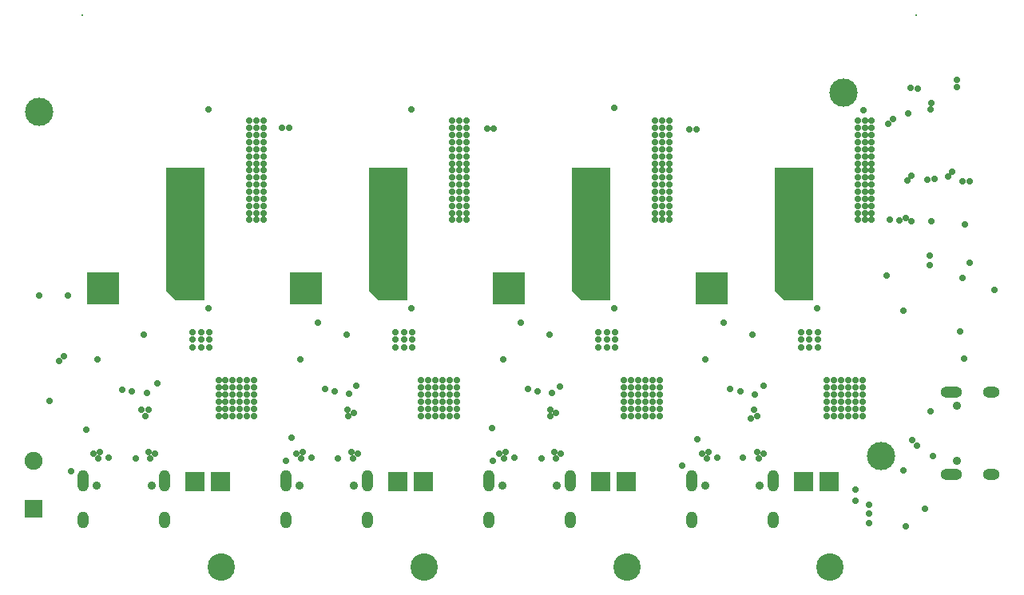
<source format=gbs>
G04*
G04 #@! TF.GenerationSoftware,Altium Limited,Altium Designer,23.4.1 (23)*
G04*
G04 Layer_Color=16711935*
%FSLAX44Y44*%
%MOMM*%
G71*
G04*
G04 #@! TF.SameCoordinates,3060DD58-918D-4E1B-9459-4C9D01607EA3*
G04*
G04*
G04 #@! TF.FilePolarity,Negative*
G04*
G01*
G75*
%ADD66R,3.5000X3.5000*%
%ADD97C,3.0000*%
%ADD99R,2.1590X2.1590*%
%ADD100O,1.2032X1.8032*%
%ADD101C,0.8782*%
%ADD102O,1.2032X2.3032*%
%ADD103C,1.9032*%
%ADD104R,1.9032X1.9032*%
%ADD105O,1.8032X1.2032*%
%ADD106O,2.3032X1.2032*%
%ADD107C,0.2032*%
%ADD108C,2.9032*%
%ADD109C,0.7032*%
G36*
X220000Y358488D02*
X190000D01*
X180000Y368488D01*
Y498488D01*
X220000D01*
Y358488D01*
D02*
G37*
G36*
X435000D02*
X405000D01*
X395000Y368488D01*
Y498488D01*
X435000D01*
Y358488D01*
D02*
G37*
G36*
X650000D02*
X620000D01*
X610000Y368488D01*
Y498488D01*
X650000D01*
Y358488D01*
D02*
G37*
G36*
X865000D02*
X835000D01*
X825000Y368488D01*
Y498488D01*
X865000D01*
Y358488D01*
D02*
G37*
D66*
X112500Y370988D02*
D03*
X327500D02*
D03*
X542500D02*
D03*
X757500D02*
D03*
D97*
X897580Y578488D02*
D03*
X937580Y193568D02*
D03*
X45000Y558488D02*
D03*
D99*
X667580Y165988D02*
D03*
X640080Y165988D02*
D03*
X452580Y165988D02*
D03*
X425080Y165988D02*
D03*
X237580Y165988D02*
D03*
X210080Y165988D02*
D03*
X855080D02*
D03*
X882580D02*
D03*
D100*
X521880Y125488D02*
D03*
X608280D02*
D03*
X306880D02*
D03*
X393280D02*
D03*
X91880D02*
D03*
X178280D02*
D03*
X823280Y125488D02*
D03*
X736880D02*
D03*
D101*
X536181Y161988D02*
D03*
X593979D02*
D03*
X321181D02*
D03*
X378979D02*
D03*
X106181D02*
D03*
X163979D02*
D03*
X1017580Y246286D02*
D03*
Y188488D02*
D03*
X808979Y161988D02*
D03*
X751181Y161988D02*
D03*
D102*
X521880Y167288D02*
D03*
X608280D02*
D03*
X306880D02*
D03*
X393280D02*
D03*
X91880D02*
D03*
X178280D02*
D03*
X823280D02*
D03*
X736880Y167288D02*
D03*
D103*
X38862Y187990D02*
D03*
D104*
Y137190D02*
D03*
D105*
X1054080Y260587D02*
D03*
Y174187D02*
D03*
D106*
X1012280Y260587D02*
D03*
Y174187D02*
D03*
D107*
X974486Y660908D02*
D03*
X90674Y660908D02*
D03*
D108*
X883280Y75488D02*
D03*
X668280Y75488D02*
D03*
X453280D02*
D03*
X238280D02*
D03*
D109*
X147065Y190711D02*
D03*
X1024009Y484404D02*
D03*
X158006Y235709D02*
D03*
X66524Y294138D02*
D03*
X1031009Y484404D02*
D03*
X153226Y242772D02*
D03*
X71473Y299087D02*
D03*
X170434Y270540D02*
D03*
X161017Y242072D02*
D03*
X224536Y560862D02*
D03*
X361696Y191038D02*
D03*
X1013024Y494961D02*
D03*
X975994Y582995D02*
D03*
X309860Y541106D02*
D03*
X1008112Y489974D02*
D03*
X969010Y583468D02*
D03*
X302687Y541380D02*
D03*
X347847Y264190D02*
D03*
X372235Y235384D02*
D03*
X378202Y239044D02*
D03*
X372028Y242567D02*
D03*
X373888Y259618D02*
D03*
X381508Y268000D02*
D03*
X577581Y190711D02*
D03*
X562983Y264055D02*
D03*
X990280Y560646D02*
D03*
X993773Y486923D02*
D03*
X586775Y242546D02*
D03*
X527042Y540288D02*
D03*
X990764Y567630D02*
D03*
X986790Y486440D02*
D03*
X586983Y235204D02*
D03*
X520042Y540288D02*
D03*
X592836Y239044D02*
D03*
X588620Y260091D02*
D03*
X596987Y267325D02*
D03*
X734392Y539898D02*
D03*
X741391Y539776D02*
D03*
X439674Y561116D02*
D03*
X726440Y183164D02*
D03*
X742252Y210738D02*
D03*
X777502Y264535D02*
D03*
X803656Y258856D02*
D03*
X812546Y267746D02*
D03*
X802551Y242119D02*
D03*
X805942Y235996D02*
D03*
X799426Y233384D02*
D03*
X791210Y191800D02*
D03*
X975143Y204565D02*
D03*
X970154Y210100D02*
D03*
X1057656Y369346D02*
D03*
X1031390Y397794D02*
D03*
X963620Y445532D02*
D03*
X957217Y442702D02*
D03*
X969921Y442348D02*
D03*
X946404Y443514D02*
D03*
X969454Y490779D02*
D03*
X964946Y485424D02*
D03*
X1018032Y591842D02*
D03*
Y584842D02*
D03*
X919077Y559988D02*
D03*
X966470Y556798D02*
D03*
X950084Y550318D02*
D03*
X945134Y545368D02*
D03*
X159092Y259972D02*
D03*
X132955Y263729D02*
D03*
X143416Y262158D02*
D03*
X358416D02*
D03*
X340462Y334374D02*
D03*
X573416Y262158D02*
D03*
X555462Y334374D02*
D03*
X56388Y251744D02*
D03*
X44772Y363758D02*
D03*
X75213Y363729D02*
D03*
X106514Y296040D02*
D03*
X321514D02*
D03*
X536514D02*
D03*
X655580Y308488D02*
D03*
X646580D02*
D03*
X633518Y366200D02*
D03*
X619518D02*
D03*
X626518D02*
D03*
X640518D02*
D03*
Y373200D02*
D03*
X633518D02*
D03*
X626518D02*
D03*
X619518D02*
D03*
X626518Y380200D02*
D03*
X619518D02*
D03*
X640518D02*
D03*
X633518D02*
D03*
Y387200D02*
D03*
X619518D02*
D03*
X626518D02*
D03*
X640518D02*
D03*
X654580Y349488D02*
D03*
X665080Y265988D02*
D03*
X586298Y322202D02*
D03*
X548452Y191392D02*
D03*
X697580Y473488D02*
D03*
Y465988D02*
D03*
Y443488D02*
D03*
Y458488D02*
D03*
Y450988D02*
D03*
X705080D02*
D03*
X705080Y458488D02*
D03*
X705080Y473488D02*
D03*
Y465988D02*
D03*
X712580D02*
D03*
Y458488D02*
D03*
Y480988D02*
D03*
Y473488D02*
D03*
X697580Y495988D02*
D03*
X697580Y518488D02*
D03*
Y510988D02*
D03*
Y488488D02*
D03*
Y480988D02*
D03*
Y503488D02*
D03*
X705080Y495988D02*
D03*
X697580Y525988D02*
D03*
X697580Y548488D02*
D03*
Y540988D02*
D03*
Y533488D02*
D03*
X705080Y525988D02*
D03*
X705080Y540988D02*
D03*
Y480988D02*
D03*
Y503488D02*
D03*
Y488488D02*
D03*
X712580Y495988D02*
D03*
Y488488D02*
D03*
Y510988D02*
D03*
Y503488D02*
D03*
X705080Y518488D02*
D03*
Y510988D02*
D03*
Y533488D02*
D03*
X712580Y525988D02*
D03*
Y518488D02*
D03*
Y533488D02*
D03*
X553250Y367738D02*
D03*
Y374738D02*
D03*
X665080Y235988D02*
D03*
X672580Y235988D02*
D03*
X680080Y235988D02*
D03*
X687580D02*
D03*
X524764Y223042D02*
D03*
X539080Y197488D02*
D03*
X532580Y195988D02*
D03*
X537580Y190988D02*
D03*
X525526Y188498D02*
D03*
X702580Y258488D02*
D03*
Y273488D02*
D03*
X695080D02*
D03*
Y265988D02*
D03*
X702580Y265988D02*
D03*
X687580Y258488D02*
D03*
X695080D02*
D03*
X680080D02*
D03*
X672580D02*
D03*
X591082Y197488D02*
D03*
X597582Y195988D02*
D03*
X592582Y190988D02*
D03*
X702580Y250988D02*
D03*
X687580D02*
D03*
X695080D02*
D03*
X702580Y243488D02*
D03*
X695080D02*
D03*
X680080D02*
D03*
X687580D02*
D03*
X702580Y235988D02*
D03*
X695080D02*
D03*
X680080Y250988D02*
D03*
X665080Y258488D02*
D03*
Y250988D02*
D03*
Y243488D02*
D03*
X672580Y250988D02*
D03*
Y243488D02*
D03*
X665080Y273488D02*
D03*
X687580D02*
D03*
X680080D02*
D03*
X672580D02*
D03*
X680080Y265988D02*
D03*
X687580D02*
D03*
X672580Y265988D02*
D03*
X705080Y548488D02*
D03*
X712580D02*
D03*
X637580Y308488D02*
D03*
Y324488D02*
D03*
Y316488D02*
D03*
X712580Y540988D02*
D03*
X655580Y324488D02*
D03*
X646580D02*
D03*
X655580Y316488D02*
D03*
X646580D02*
D03*
X546250Y374738D02*
D03*
X539250D02*
D03*
X546250Y367738D02*
D03*
X539250D02*
D03*
X532250D02*
D03*
Y360738D02*
D03*
X539250D02*
D03*
X546250D02*
D03*
X553250D02*
D03*
X546250Y381738D02*
D03*
X532250D02*
D03*
X553250D02*
D03*
X532250Y374738D02*
D03*
X539250Y381738D02*
D03*
X705080Y443488D02*
D03*
X712580Y450988D02*
D03*
Y443488D02*
D03*
X431580Y308488D02*
D03*
X440580D02*
D03*
X404518Y373200D02*
D03*
X411518Y366200D02*
D03*
X404518D02*
D03*
X425518D02*
D03*
X418518D02*
D03*
Y373200D02*
D03*
X411518D02*
D03*
X425518D02*
D03*
X411518Y380200D02*
D03*
X404518D02*
D03*
X418518D02*
D03*
X425518D02*
D03*
X411518Y387200D02*
D03*
X404518D02*
D03*
X418518D02*
D03*
X425518D02*
D03*
X439580Y349488D02*
D03*
X450080Y265988D02*
D03*
X371298Y322202D02*
D03*
X333452Y191392D02*
D03*
X482580Y473488D02*
D03*
Y465988D02*
D03*
Y443488D02*
D03*
Y458488D02*
D03*
Y450988D02*
D03*
X490080D02*
D03*
X490080Y458488D02*
D03*
X490080Y473488D02*
D03*
Y465988D02*
D03*
X497580D02*
D03*
Y458488D02*
D03*
Y480988D02*
D03*
Y473488D02*
D03*
X482580Y495988D02*
D03*
X482580Y518488D02*
D03*
Y510988D02*
D03*
Y488488D02*
D03*
Y480988D02*
D03*
Y503488D02*
D03*
X490080Y495988D02*
D03*
X482580Y525988D02*
D03*
X482580Y548488D02*
D03*
Y540988D02*
D03*
Y533488D02*
D03*
X490080Y525988D02*
D03*
X490080Y540988D02*
D03*
Y480988D02*
D03*
Y503488D02*
D03*
Y488488D02*
D03*
X497580Y495988D02*
D03*
Y488488D02*
D03*
Y510988D02*
D03*
Y503488D02*
D03*
X490080Y518488D02*
D03*
Y510988D02*
D03*
Y533488D02*
D03*
X497580Y525988D02*
D03*
Y518488D02*
D03*
Y533488D02*
D03*
X338250Y367738D02*
D03*
Y374738D02*
D03*
X450080Y235988D02*
D03*
X457580Y235988D02*
D03*
X465080Y235988D02*
D03*
X472580D02*
D03*
X457580Y243488D02*
D03*
X382582Y195988D02*
D03*
X457580Y250988D02*
D03*
X450080D02*
D03*
Y243488D02*
D03*
X377582Y190988D02*
D03*
X480080Y243488D02*
D03*
Y235988D02*
D03*
X465080Y243488D02*
D03*
X487580Y235988D02*
D03*
X487580Y250988D02*
D03*
Y243488D02*
D03*
X472580Y250988D02*
D03*
X465080D02*
D03*
X480080D02*
D03*
X472580Y243488D02*
D03*
X450080Y258488D02*
D03*
X465080Y265988D02*
D03*
X472580D02*
D03*
X465080Y258488D02*
D03*
X472580D02*
D03*
X457580D02*
D03*
Y265988D02*
D03*
X487580Y273488D02*
D03*
Y258488D02*
D03*
Y265988D02*
D03*
X480080Y258488D02*
D03*
Y265988D02*
D03*
Y273488D02*
D03*
X472580D02*
D03*
X465080D02*
D03*
X457580D02*
D03*
X450080D02*
D03*
X306626Y188498D02*
D03*
X376082Y197488D02*
D03*
X324080D02*
D03*
X312542Y212496D02*
D03*
X317580Y195988D02*
D03*
X322580Y190988D02*
D03*
X497580Y540988D02*
D03*
X497580Y548488D02*
D03*
X490080D02*
D03*
Y443488D02*
D03*
X497580D02*
D03*
Y450988D02*
D03*
X317250Y381738D02*
D03*
X338250D02*
D03*
X324250D02*
D03*
X338250Y360738D02*
D03*
X331250Y381738D02*
D03*
Y374738D02*
D03*
Y360738D02*
D03*
Y367738D02*
D03*
X324250Y374738D02*
D03*
Y367738D02*
D03*
Y360738D02*
D03*
X317250Y374738D02*
D03*
Y360738D02*
D03*
Y367738D02*
D03*
X422580Y316488D02*
D03*
Y324488D02*
D03*
Y308488D02*
D03*
X431580Y324488D02*
D03*
Y316488D02*
D03*
X440580Y324488D02*
D03*
Y316488D02*
D03*
X216580Y308488D02*
D03*
X225580D02*
D03*
X196518Y366200D02*
D03*
X189518D02*
D03*
Y373200D02*
D03*
X203518D02*
D03*
X196518D02*
D03*
Y380200D02*
D03*
X189518D02*
D03*
Y387200D02*
D03*
X203518D02*
D03*
X196518D02*
D03*
X203518Y366200D02*
D03*
X210518D02*
D03*
Y373200D02*
D03*
X203518Y380200D02*
D03*
X210518Y387200D02*
D03*
Y380200D02*
D03*
X224580Y349488D02*
D03*
X235080Y265988D02*
D03*
X156298Y322202D02*
D03*
X118452Y191392D02*
D03*
X267580Y473488D02*
D03*
Y465988D02*
D03*
Y443488D02*
D03*
Y458488D02*
D03*
Y450988D02*
D03*
X275080D02*
D03*
X275080Y458488D02*
D03*
X275080Y473488D02*
D03*
Y465988D02*
D03*
X282580D02*
D03*
Y458488D02*
D03*
Y480988D02*
D03*
Y473488D02*
D03*
X267580Y495988D02*
D03*
X267580Y518488D02*
D03*
Y510988D02*
D03*
Y488488D02*
D03*
Y480988D02*
D03*
Y503488D02*
D03*
X275080Y495988D02*
D03*
X267580Y525988D02*
D03*
X267580Y548488D02*
D03*
Y540988D02*
D03*
Y533488D02*
D03*
X275080Y525988D02*
D03*
X275080Y540988D02*
D03*
Y480988D02*
D03*
Y503488D02*
D03*
Y488488D02*
D03*
X282580Y495988D02*
D03*
Y488488D02*
D03*
Y510988D02*
D03*
Y503488D02*
D03*
X275080Y518488D02*
D03*
Y510988D02*
D03*
Y533488D02*
D03*
X282580Y525988D02*
D03*
Y518488D02*
D03*
Y533488D02*
D03*
X123250Y374738D02*
D03*
Y367738D02*
D03*
X235080Y235988D02*
D03*
X242580Y235988D02*
D03*
X257580Y235988D02*
D03*
X250080D02*
D03*
X275080Y548488D02*
D03*
X282580Y540988D02*
D03*
X109250Y367738D02*
D03*
Y360738D02*
D03*
X123250Y381738D02*
D03*
Y360738D02*
D03*
X116250Y381738D02*
D03*
Y374738D02*
D03*
Y360738D02*
D03*
Y367738D02*
D03*
X109250Y374738D02*
D03*
X272580Y265988D02*
D03*
X265080Y235988D02*
D03*
Y243488D02*
D03*
Y250988D02*
D03*
X272580Y273488D02*
D03*
Y258488D02*
D03*
Y250988D02*
D03*
Y243488D02*
D03*
X272580Y235988D02*
D03*
X265080Y265988D02*
D03*
Y273488D02*
D03*
Y258488D02*
D03*
X109250Y381738D02*
D03*
X257580Y273488D02*
D03*
Y265988D02*
D03*
Y258488D02*
D03*
Y250988D02*
D03*
X250080D02*
D03*
X250080Y265988D02*
D03*
Y273488D02*
D03*
Y258488D02*
D03*
X257580Y243488D02*
D03*
X250080D02*
D03*
X235080Y250988D02*
D03*
Y258488D02*
D03*
Y243488D02*
D03*
X242580Y265988D02*
D03*
Y258488D02*
D03*
Y250988D02*
D03*
Y243488D02*
D03*
X225580Y316488D02*
D03*
X216580D02*
D03*
X207580D02*
D03*
X225580Y324488D02*
D03*
X216580D02*
D03*
X207580D02*
D03*
Y308488D02*
D03*
X242580Y273488D02*
D03*
X235080D02*
D03*
X275080Y443488D02*
D03*
X282580Y450988D02*
D03*
Y443488D02*
D03*
X161082Y197488D02*
D03*
X162582Y190988D02*
D03*
X167582Y195988D02*
D03*
X102580Y195988D02*
D03*
X109080Y197488D02*
D03*
X94946Y221014D02*
D03*
X282580Y548488D02*
D03*
X107580Y190988D02*
D03*
X78994Y177068D02*
D03*
X102250Y381738D02*
D03*
Y367738D02*
D03*
Y360738D02*
D03*
Y374738D02*
D03*
X869580Y349488D02*
D03*
X654580Y562110D02*
D03*
X770462Y334374D02*
D03*
X788416Y262158D02*
D03*
X754250Y381738D02*
D03*
X761250D02*
D03*
X747250D02*
D03*
X754250Y374738D02*
D03*
X768250Y381738D02*
D03*
X747250Y374738D02*
D03*
X768250D02*
D03*
X761250D02*
D03*
Y360738D02*
D03*
X768250D02*
D03*
X747250D02*
D03*
X768250Y367738D02*
D03*
X754250Y360738D02*
D03*
X747250Y367738D02*
D03*
X761250D02*
D03*
X754250D02*
D03*
X841518Y387200D02*
D03*
X848518D02*
D03*
X834518D02*
D03*
X841518Y380200D02*
D03*
X855518Y387200D02*
D03*
X834518Y380200D02*
D03*
X855518D02*
D03*
X848518D02*
D03*
Y366200D02*
D03*
X855518D02*
D03*
X834518D02*
D03*
X855518Y373200D02*
D03*
X841518Y366200D02*
D03*
X834518Y373200D02*
D03*
X848518D02*
D03*
X841518D02*
D03*
X1026160Y438794D02*
D03*
X924560Y141762D02*
D03*
X924306Y132364D02*
D03*
X924814Y122458D02*
D03*
X909896Y145640D02*
D03*
X910082Y157510D02*
D03*
X989838Y240568D02*
D03*
X992310Y192888D02*
D03*
X1025652Y296448D02*
D03*
X1021080Y325658D02*
D03*
X990330Y442260D02*
D03*
X1024128Y382046D02*
D03*
X988923Y396016D02*
D03*
X960882Y347248D02*
D03*
X961136Y177830D02*
D03*
X943356Y384840D02*
D03*
X989330Y405922D02*
D03*
X983996Y137698D02*
D03*
X963796Y118970D02*
D03*
X920080Y443488D02*
D03*
X927580D02*
D03*
Y450988D02*
D03*
X920080Y548488D02*
D03*
X927580Y540988D02*
D03*
X927580Y548488D02*
D03*
X887580Y250988D02*
D03*
X880080Y243488D02*
D03*
Y250988D02*
D03*
X887580Y243488D02*
D03*
X880080Y258488D02*
D03*
X887580D02*
D03*
Y273488D02*
D03*
Y265988D02*
D03*
X880080Y273488D02*
D03*
X812582Y195988D02*
D03*
X807582Y190988D02*
D03*
X752580D02*
D03*
X754080Y197488D02*
D03*
X747580Y195988D02*
D03*
X806082Y197488D02*
D03*
X861580Y324488D02*
D03*
X917580Y258488D02*
D03*
X902580D02*
D03*
X895080Y243488D02*
D03*
X902580Y250988D02*
D03*
Y243488D02*
D03*
X910080D02*
D03*
Y250988D02*
D03*
X917580D02*
D03*
X910080Y235988D02*
D03*
X917580D02*
D03*
X917580Y243488D02*
D03*
X895080Y250988D02*
D03*
X910080Y258488D02*
D03*
Y265988D02*
D03*
X902580Y273488D02*
D03*
X910080D02*
D03*
X895080D02*
D03*
Y258488D02*
D03*
Y265988D02*
D03*
X902580D02*
D03*
X870580Y324488D02*
D03*
X852580D02*
D03*
X861580Y316488D02*
D03*
X870580D02*
D03*
X852580D02*
D03*
Y308488D02*
D03*
X917580Y273488D02*
D03*
Y265988D02*
D03*
X902580Y235988D02*
D03*
X895080D02*
D03*
X887580Y235988D02*
D03*
X880080Y235988D02*
D03*
X751514Y296040D02*
D03*
X927580Y533488D02*
D03*
Y518488D02*
D03*
Y525988D02*
D03*
X920080Y533488D02*
D03*
Y510988D02*
D03*
Y518488D02*
D03*
X927580Y503488D02*
D03*
Y510988D02*
D03*
Y488488D02*
D03*
Y495988D02*
D03*
X920080Y488488D02*
D03*
Y503488D02*
D03*
Y480988D02*
D03*
Y540988D02*
D03*
X920080Y525988D02*
D03*
X912580Y533488D02*
D03*
Y540988D02*
D03*
Y548488D02*
D03*
X912580Y525988D02*
D03*
X920080Y495988D02*
D03*
X912580Y503488D02*
D03*
Y480988D02*
D03*
Y488488D02*
D03*
Y510988D02*
D03*
Y518488D02*
D03*
X912580Y495988D02*
D03*
X927580Y473488D02*
D03*
Y480988D02*
D03*
Y458488D02*
D03*
Y465988D02*
D03*
X920080D02*
D03*
Y473488D02*
D03*
X920080Y458488D02*
D03*
X920080Y450988D02*
D03*
X912580D02*
D03*
Y458488D02*
D03*
Y443488D02*
D03*
Y465988D02*
D03*
Y473488D02*
D03*
X763452Y191392D02*
D03*
X801298Y322202D02*
D03*
X880080Y265988D02*
D03*
X870580Y308488D02*
D03*
X861580D02*
D03*
M02*

</source>
